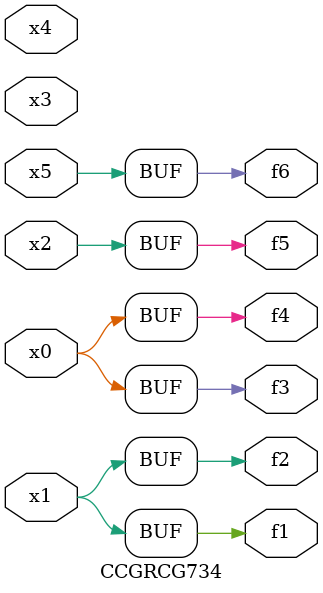
<source format=v>
module CCGRCG734(
	input x0, x1, x2, x3, x4, x5,
	output f1, f2, f3, f4, f5, f6
);
	assign f1 = x1;
	assign f2 = x1;
	assign f3 = x0;
	assign f4 = x0;
	assign f5 = x2;
	assign f6 = x5;
endmodule

</source>
